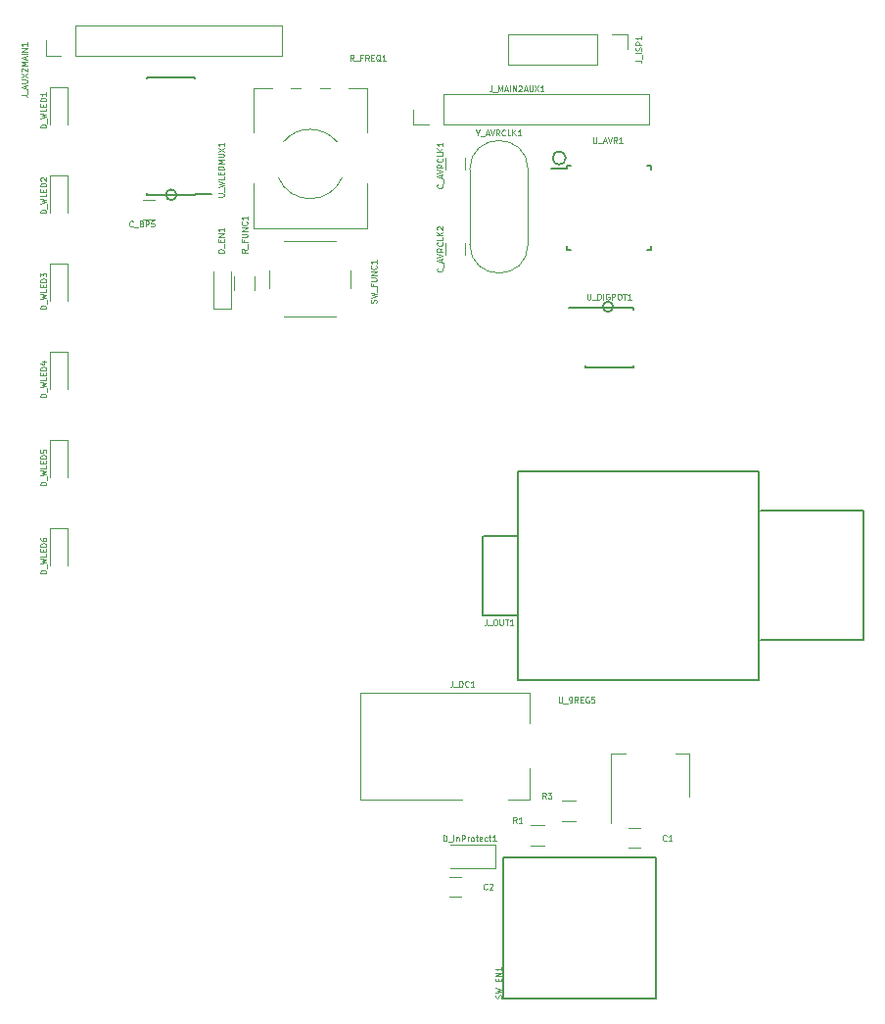
<source format=gbr>
G04 #@! TF.FileFunction,Legend,Top*
%FSLAX46Y46*%
G04 Gerber Fmt 4.6, Leading zero omitted, Abs format (unit mm)*
G04 Created by KiCad (PCBNEW 4.0.7) date 03/11/18 00:16:20*
%MOMM*%
%LPD*%
G01*
G04 APERTURE LIST*
%ADD10C,0.100000*%
%ADD11C,0.200000*%
%ADD12C,0.150000*%
%ADD13C,0.120000*%
%ADD14C,0.015000*%
G04 APERTURE END LIST*
D10*
D11*
X143217719Y-77749400D02*
G75*
G03X143217719Y-77749400I-444319J0D01*
G01*
X105461505Y-68072000D02*
G75*
G03X105461505Y-68072000I-457905J0D01*
G01*
X139124961Y-64897000D02*
G75*
G03X139124961Y-64897000I-567961J0D01*
G01*
D12*
X139250000Y-65590000D02*
X139250000Y-65815000D01*
X146500000Y-65590000D02*
X146500000Y-65915000D01*
X146500000Y-72840000D02*
X146500000Y-72515000D01*
X139250000Y-72840000D02*
X139250000Y-72515000D01*
X139250000Y-65590000D02*
X139575000Y-65590000D01*
X139250000Y-72840000D02*
X139575000Y-72840000D01*
X146500000Y-72840000D02*
X146175000Y-72840000D01*
X146500000Y-65590000D02*
X146175000Y-65590000D01*
X139250000Y-65815000D02*
X137825000Y-65815000D01*
D13*
X119791032Y-66583982D02*
G75*
G02X114266600Y-66585000I-2762432J1171982D01*
G01*
X114730847Y-63483705D02*
G75*
G02X119326600Y-63484000I2297753J-1928295D01*
G01*
X121938600Y-58852000D02*
X121938600Y-62718000D01*
X121938600Y-67107000D02*
X121938600Y-70972000D01*
X112118600Y-58852000D02*
X112118600Y-62718000D01*
X112118600Y-67107000D02*
X112118600Y-70972000D01*
X121938600Y-58852000D02*
X120353600Y-58852000D01*
X118703600Y-58852000D02*
X117853600Y-58852000D01*
X116203600Y-58852000D02*
X115353600Y-58852000D01*
X113703600Y-58852000D02*
X112118600Y-58852000D01*
X121938600Y-70972000D02*
X112118600Y-70972000D01*
X145559400Y-122797200D02*
X144559400Y-122797200D01*
X144559400Y-124497200D02*
X145559400Y-124497200D01*
X130040000Y-127039000D02*
X129040000Y-127039000D01*
X129040000Y-128739000D02*
X130040000Y-128739000D01*
X128690000Y-64905000D02*
X128690000Y-65905000D01*
X130390000Y-65905000D02*
X130390000Y-64905000D01*
X130390000Y-73271000D02*
X130390000Y-72271000D01*
X128690000Y-72271000D02*
X128690000Y-73271000D01*
X133060000Y-126222000D02*
X133060000Y-124222000D01*
X133060000Y-124222000D02*
X129160000Y-124222000D01*
X133060000Y-126222000D02*
X129160000Y-126222000D01*
X130128000Y-120297000D02*
X121328000Y-120297000D01*
X121328000Y-120297000D02*
X121328000Y-111097000D01*
X136028000Y-117597000D02*
X136028000Y-120297000D01*
X136028000Y-120297000D02*
X134128000Y-120297000D01*
X121328000Y-111097000D02*
X136028000Y-111097000D01*
X136028000Y-111097000D02*
X136028000Y-113697000D01*
X134179000Y-54169000D02*
X134179000Y-56829000D01*
X141859000Y-54169000D02*
X134179000Y-54169000D01*
X141859000Y-56829000D02*
X134179000Y-56829000D01*
X141859000Y-54169000D02*
X141859000Y-56829000D01*
X143129000Y-54169000D02*
X144459000Y-54169000D01*
X144459000Y-54169000D02*
X144459000Y-55499000D01*
D12*
X131953000Y-100965000D02*
X131953000Y-104394000D01*
X132015000Y-104394000D02*
X135001000Y-104394000D01*
X131953000Y-100965000D02*
X131953000Y-97536000D01*
X132015000Y-97536000D02*
X135001000Y-97536000D01*
X155829000Y-109975000D02*
X155829000Y-91945000D01*
X135001000Y-109975000D02*
X135001000Y-91948000D01*
X155956000Y-106553000D02*
X164846000Y-106553000D01*
X164846000Y-106545000D02*
X164846000Y-95385000D01*
X164846000Y-95377000D02*
X155956000Y-95377000D01*
X135015000Y-91948000D02*
X155815000Y-91948000D01*
X135015000Y-109982000D02*
X155815000Y-109982000D01*
D13*
X137252000Y-124324000D02*
X136052000Y-124324000D01*
X136052000Y-122564000D02*
X137252000Y-122564000D01*
X138769800Y-120455800D02*
X139969800Y-120455800D01*
X139969800Y-122215800D02*
X138769800Y-122215800D01*
X110473600Y-76292000D02*
X110473600Y-75092000D01*
X112233600Y-75092000D02*
X112233600Y-76292000D01*
X119243600Y-72097000D02*
X114743600Y-72097000D01*
X120493600Y-76097000D02*
X120493600Y-74597000D01*
X114743600Y-78597000D02*
X119243600Y-78597000D01*
X113493600Y-74597000D02*
X113493600Y-76097000D01*
X149841000Y-116327000D02*
X148581000Y-116327000D01*
X143021000Y-116327000D02*
X144281000Y-116327000D01*
X149841000Y-120087000D02*
X149841000Y-116327000D01*
X143021000Y-122337000D02*
X143021000Y-116327000D01*
D12*
X107078600Y-68067000D02*
X107078600Y-68042000D01*
X102928600Y-68067000D02*
X102928600Y-67962000D01*
X102928600Y-57917000D02*
X102928600Y-58022000D01*
X107078600Y-57917000D02*
X107078600Y-58022000D01*
X107078600Y-68067000D02*
X102928600Y-68067000D01*
X107078600Y-57917000D02*
X102928600Y-57917000D01*
X107078600Y-68042000D02*
X108453600Y-68042000D01*
D13*
X135875000Y-65915000D02*
X135875000Y-72315000D01*
X130825000Y-65915000D02*
X130825000Y-72315000D01*
X130825000Y-65915000D02*
G75*
G02X135875000Y-65915000I2525000J0D01*
G01*
X130825000Y-72315000D02*
G75*
G03X135875000Y-72315000I2525000J0D01*
G01*
X103598600Y-68492000D02*
X102598600Y-68492000D01*
X102598600Y-70192000D02*
X103598600Y-70192000D01*
X110198600Y-74692000D02*
X110198600Y-77892000D01*
X108698600Y-77892000D02*
X108698600Y-74692000D01*
X108698600Y-77892000D02*
X110198600Y-77892000D01*
X94500000Y-61960000D02*
X94500000Y-58760000D01*
X96000000Y-58760000D02*
X96000000Y-61960000D01*
X96000000Y-58760000D02*
X94500000Y-58760000D01*
X94500000Y-69580000D02*
X94500000Y-66380000D01*
X96000000Y-66380000D02*
X96000000Y-69580000D01*
X96000000Y-66380000D02*
X94500000Y-66380000D01*
X94500000Y-77200000D02*
X94500000Y-74000000D01*
X96000000Y-74000000D02*
X96000000Y-77200000D01*
X96000000Y-74000000D02*
X94500000Y-74000000D01*
X94500000Y-84820000D02*
X94500000Y-81620000D01*
X96000000Y-81620000D02*
X96000000Y-84820000D01*
X96000000Y-81620000D02*
X94500000Y-81620000D01*
X94500000Y-92440000D02*
X94500000Y-89240000D01*
X96000000Y-89240000D02*
X96000000Y-92440000D01*
X96000000Y-89240000D02*
X94500000Y-89240000D01*
X94500000Y-100060000D02*
X94500000Y-96860000D01*
X96000000Y-96860000D02*
X96000000Y-100060000D01*
X96000000Y-96860000D02*
X94500000Y-96860000D01*
X114588600Y-56067000D02*
X114588600Y-53407000D01*
X96748600Y-56067000D02*
X114588600Y-56067000D01*
X96748600Y-53407000D02*
X114588600Y-53407000D01*
X96748600Y-56067000D02*
X96748600Y-53407000D01*
X95478600Y-56067000D02*
X94148600Y-56067000D01*
X94148600Y-56067000D02*
X94148600Y-54737000D01*
X146364000Y-62036000D02*
X146364000Y-59376000D01*
X128524000Y-62036000D02*
X146364000Y-62036000D01*
X128524000Y-59376000D02*
X146364000Y-59376000D01*
X128524000Y-62036000D02*
X128524000Y-59376000D01*
X127254000Y-62036000D02*
X125924000Y-62036000D01*
X125924000Y-62036000D02*
X125924000Y-60706000D01*
D12*
X140800000Y-77816000D02*
X140800000Y-77866000D01*
X144950000Y-77816000D02*
X144950000Y-77961000D01*
X144950000Y-82966000D02*
X144950000Y-82821000D01*
X140800000Y-82966000D02*
X140800000Y-82821000D01*
X140800000Y-77816000D02*
X144950000Y-77816000D01*
X140800000Y-82966000D02*
X144950000Y-82966000D01*
X140800000Y-77866000D02*
X139400000Y-77866000D01*
X146939000Y-125349000D02*
X133731000Y-125349000D01*
X133731000Y-125349000D02*
X133731000Y-137541000D01*
X133731000Y-137541000D02*
X146939000Y-137541000D01*
X146939000Y-137541000D02*
X146939000Y-125349000D01*
D14*
X141498001Y-63099190D02*
X141498001Y-63503952D01*
X141521810Y-63551571D01*
X141545620Y-63575381D01*
X141593239Y-63599190D01*
X141688477Y-63599190D01*
X141736096Y-63575381D01*
X141759905Y-63551571D01*
X141783715Y-63503952D01*
X141783715Y-63099190D01*
X141902763Y-63646810D02*
X142283715Y-63646810D01*
X142378953Y-63456333D02*
X142617048Y-63456333D01*
X142331334Y-63599190D02*
X142498001Y-63099190D01*
X142664667Y-63599190D01*
X142759905Y-63099190D02*
X142926572Y-63599190D01*
X143093238Y-63099190D01*
X143545619Y-63599190D02*
X143378952Y-63361095D01*
X143259905Y-63599190D02*
X143259905Y-63099190D01*
X143450381Y-63099190D01*
X143498000Y-63123000D01*
X143521809Y-63146810D01*
X143545619Y-63194429D01*
X143545619Y-63265857D01*
X143521809Y-63313476D01*
X143498000Y-63337286D01*
X143450381Y-63361095D01*
X143259905Y-63361095D01*
X144021809Y-63599190D02*
X143736095Y-63599190D01*
X143878952Y-63599190D02*
X143878952Y-63099190D01*
X143831333Y-63170619D01*
X143783714Y-63218238D01*
X143736095Y-63242048D01*
X120795410Y-56487190D02*
X120628743Y-56249095D01*
X120509696Y-56487190D02*
X120509696Y-55987190D01*
X120700172Y-55987190D01*
X120747791Y-56011000D01*
X120771600Y-56034810D01*
X120795410Y-56082429D01*
X120795410Y-56153857D01*
X120771600Y-56201476D01*
X120747791Y-56225286D01*
X120700172Y-56249095D01*
X120509696Y-56249095D01*
X120890648Y-56534810D02*
X121271600Y-56534810D01*
X121557314Y-56225286D02*
X121390648Y-56225286D01*
X121390648Y-56487190D02*
X121390648Y-55987190D01*
X121628743Y-55987190D01*
X122104933Y-56487190D02*
X121938266Y-56249095D01*
X121819219Y-56487190D02*
X121819219Y-55987190D01*
X122009695Y-55987190D01*
X122057314Y-56011000D01*
X122081123Y-56034810D01*
X122104933Y-56082429D01*
X122104933Y-56153857D01*
X122081123Y-56201476D01*
X122057314Y-56225286D01*
X122009695Y-56249095D01*
X121819219Y-56249095D01*
X122319219Y-56225286D02*
X122485885Y-56225286D01*
X122557314Y-56487190D02*
X122319219Y-56487190D01*
X122319219Y-55987190D01*
X122557314Y-55987190D01*
X123104933Y-56534810D02*
X123057314Y-56511000D01*
X123009695Y-56463381D01*
X122938266Y-56391952D01*
X122890647Y-56368143D01*
X122843028Y-56368143D01*
X122866838Y-56487190D02*
X122819219Y-56463381D01*
X122771600Y-56415762D01*
X122747790Y-56320524D01*
X122747790Y-56153857D01*
X122771600Y-56058619D01*
X122819219Y-56011000D01*
X122866838Y-55987190D01*
X122962076Y-55987190D01*
X123009695Y-56011000D01*
X123057314Y-56058619D01*
X123081123Y-56153857D01*
X123081123Y-56320524D01*
X123057314Y-56415762D01*
X123009695Y-56463381D01*
X122962076Y-56487190D01*
X122866838Y-56487190D01*
X123557314Y-56487190D02*
X123271600Y-56487190D01*
X123414457Y-56487190D02*
X123414457Y-55987190D01*
X123366838Y-56058619D01*
X123319219Y-56106238D01*
X123271600Y-56130048D01*
X147820867Y-123851171D02*
X147797057Y-123874981D01*
X147725629Y-123898790D01*
X147678010Y-123898790D01*
X147606581Y-123874981D01*
X147558962Y-123827362D01*
X147535153Y-123779743D01*
X147511343Y-123684505D01*
X147511343Y-123613076D01*
X147535153Y-123517838D01*
X147558962Y-123470219D01*
X147606581Y-123422600D01*
X147678010Y-123398790D01*
X147725629Y-123398790D01*
X147797057Y-123422600D01*
X147820867Y-123446410D01*
X148297057Y-123898790D02*
X148011343Y-123898790D01*
X148154200Y-123898790D02*
X148154200Y-123398790D01*
X148106581Y-123470219D01*
X148058962Y-123517838D01*
X148011343Y-123541648D01*
X132326867Y-128042171D02*
X132303057Y-128065981D01*
X132231629Y-128089790D01*
X132184010Y-128089790D01*
X132112581Y-128065981D01*
X132064962Y-128018362D01*
X132041153Y-127970743D01*
X132017343Y-127875505D01*
X132017343Y-127804076D01*
X132041153Y-127708838D01*
X132064962Y-127661219D01*
X132112581Y-127613600D01*
X132184010Y-127589790D01*
X132231629Y-127589790D01*
X132303057Y-127613600D01*
X132326867Y-127637410D01*
X132517343Y-127637410D02*
X132541153Y-127613600D01*
X132588772Y-127589790D01*
X132707819Y-127589790D01*
X132755438Y-127613600D01*
X132779248Y-127637410D01*
X132803057Y-127685029D01*
X132803057Y-127732648D01*
X132779248Y-127804076D01*
X132493534Y-128089790D01*
X132803057Y-128089790D01*
X128448571Y-67186761D02*
X128472381Y-67210571D01*
X128496190Y-67281999D01*
X128496190Y-67329618D01*
X128472381Y-67401047D01*
X128424762Y-67448666D01*
X128377143Y-67472475D01*
X128281905Y-67496285D01*
X128210476Y-67496285D01*
X128115238Y-67472475D01*
X128067619Y-67448666D01*
X128020000Y-67401047D01*
X127996190Y-67329618D01*
X127996190Y-67281999D01*
X128020000Y-67210571D01*
X128043810Y-67186761D01*
X128543810Y-67091523D02*
X128543810Y-66710571D01*
X128353333Y-66615333D02*
X128353333Y-66377238D01*
X128496190Y-66662952D02*
X127996190Y-66496285D01*
X128496190Y-66329619D01*
X127996190Y-66234381D02*
X128496190Y-66067714D01*
X127996190Y-65901048D01*
X128496190Y-65448667D02*
X128258095Y-65615334D01*
X128496190Y-65734381D02*
X127996190Y-65734381D01*
X127996190Y-65543905D01*
X128020000Y-65496286D01*
X128043810Y-65472477D01*
X128091429Y-65448667D01*
X128162857Y-65448667D01*
X128210476Y-65472477D01*
X128234286Y-65496286D01*
X128258095Y-65543905D01*
X128258095Y-65734381D01*
X128448571Y-64948667D02*
X128472381Y-64972477D01*
X128496190Y-65043905D01*
X128496190Y-65091524D01*
X128472381Y-65162953D01*
X128424762Y-65210572D01*
X128377143Y-65234381D01*
X128281905Y-65258191D01*
X128210476Y-65258191D01*
X128115238Y-65234381D01*
X128067619Y-65210572D01*
X128020000Y-65162953D01*
X127996190Y-65091524D01*
X127996190Y-65043905D01*
X128020000Y-64972477D01*
X128043810Y-64948667D01*
X128496190Y-64496286D02*
X128496190Y-64734381D01*
X127996190Y-64734381D01*
X128496190Y-64329619D02*
X127996190Y-64329619D01*
X128496190Y-64043905D02*
X128210476Y-64258191D01*
X127996190Y-64043905D02*
X128281905Y-64329619D01*
X128496190Y-63567715D02*
X128496190Y-63853429D01*
X128496190Y-63710572D02*
X127996190Y-63710572D01*
X128067619Y-63758191D01*
X128115238Y-63805810D01*
X128139048Y-63853429D01*
X128448571Y-74425761D02*
X128472381Y-74449571D01*
X128496190Y-74520999D01*
X128496190Y-74568618D01*
X128472381Y-74640047D01*
X128424762Y-74687666D01*
X128377143Y-74711475D01*
X128281905Y-74735285D01*
X128210476Y-74735285D01*
X128115238Y-74711475D01*
X128067619Y-74687666D01*
X128020000Y-74640047D01*
X127996190Y-74568618D01*
X127996190Y-74520999D01*
X128020000Y-74449571D01*
X128043810Y-74425761D01*
X128543810Y-74330523D02*
X128543810Y-73949571D01*
X128353333Y-73854333D02*
X128353333Y-73616238D01*
X128496190Y-73901952D02*
X127996190Y-73735285D01*
X128496190Y-73568619D01*
X127996190Y-73473381D02*
X128496190Y-73306714D01*
X127996190Y-73140048D01*
X128496190Y-72687667D02*
X128258095Y-72854334D01*
X128496190Y-72973381D02*
X127996190Y-72973381D01*
X127996190Y-72782905D01*
X128020000Y-72735286D01*
X128043810Y-72711477D01*
X128091429Y-72687667D01*
X128162857Y-72687667D01*
X128210476Y-72711477D01*
X128234286Y-72735286D01*
X128258095Y-72782905D01*
X128258095Y-72973381D01*
X128448571Y-72187667D02*
X128472381Y-72211477D01*
X128496190Y-72282905D01*
X128496190Y-72330524D01*
X128472381Y-72401953D01*
X128424762Y-72449572D01*
X128377143Y-72473381D01*
X128281905Y-72497191D01*
X128210476Y-72497191D01*
X128115238Y-72473381D01*
X128067619Y-72449572D01*
X128020000Y-72401953D01*
X127996190Y-72330524D01*
X127996190Y-72282905D01*
X128020000Y-72211477D01*
X128043810Y-72187667D01*
X128496190Y-71735286D02*
X128496190Y-71973381D01*
X127996190Y-71973381D01*
X128496190Y-71568619D02*
X127996190Y-71568619D01*
X128496190Y-71282905D02*
X128210476Y-71497191D01*
X127996190Y-71282905D02*
X128281905Y-71568619D01*
X128043810Y-71092429D02*
X128020000Y-71068619D01*
X127996190Y-71021000D01*
X127996190Y-70901953D01*
X128020000Y-70854334D01*
X128043810Y-70830524D01*
X128091429Y-70806715D01*
X128139048Y-70806715D01*
X128210476Y-70830524D01*
X128496190Y-71116238D01*
X128496190Y-70806715D01*
X128560002Y-123924190D02*
X128560002Y-123424190D01*
X128679049Y-123424190D01*
X128750478Y-123448000D01*
X128798097Y-123495619D01*
X128821906Y-123543238D01*
X128845716Y-123638476D01*
X128845716Y-123709905D01*
X128821906Y-123805143D01*
X128798097Y-123852762D01*
X128750478Y-123900381D01*
X128679049Y-123924190D01*
X128560002Y-123924190D01*
X128940954Y-123971810D02*
X129321906Y-123971810D01*
X129440954Y-123924190D02*
X129440954Y-123424190D01*
X129679049Y-123590857D02*
X129679049Y-123924190D01*
X129679049Y-123638476D02*
X129702858Y-123614667D01*
X129750477Y-123590857D01*
X129821906Y-123590857D01*
X129869525Y-123614667D01*
X129893334Y-123662286D01*
X129893334Y-123924190D01*
X130131430Y-123924190D02*
X130131430Y-123424190D01*
X130321906Y-123424190D01*
X130369525Y-123448000D01*
X130393334Y-123471810D01*
X130417144Y-123519429D01*
X130417144Y-123590857D01*
X130393334Y-123638476D01*
X130369525Y-123662286D01*
X130321906Y-123686095D01*
X130131430Y-123686095D01*
X130631430Y-123924190D02*
X130631430Y-123590857D01*
X130631430Y-123686095D02*
X130655239Y-123638476D01*
X130679049Y-123614667D01*
X130726668Y-123590857D01*
X130774287Y-123590857D01*
X131012382Y-123924190D02*
X130964763Y-123900381D01*
X130940954Y-123876571D01*
X130917144Y-123828952D01*
X130917144Y-123686095D01*
X130940954Y-123638476D01*
X130964763Y-123614667D01*
X131012382Y-123590857D01*
X131083811Y-123590857D01*
X131131430Y-123614667D01*
X131155239Y-123638476D01*
X131179049Y-123686095D01*
X131179049Y-123828952D01*
X131155239Y-123876571D01*
X131131430Y-123900381D01*
X131083811Y-123924190D01*
X131012382Y-123924190D01*
X131321906Y-123590857D02*
X131512382Y-123590857D01*
X131393335Y-123424190D02*
X131393335Y-123852762D01*
X131417144Y-123900381D01*
X131464763Y-123924190D01*
X131512382Y-123924190D01*
X131869525Y-123900381D02*
X131821906Y-123924190D01*
X131726668Y-123924190D01*
X131679049Y-123900381D01*
X131655239Y-123852762D01*
X131655239Y-123662286D01*
X131679049Y-123614667D01*
X131726668Y-123590857D01*
X131821906Y-123590857D01*
X131869525Y-123614667D01*
X131893334Y-123662286D01*
X131893334Y-123709905D01*
X131655239Y-123757524D01*
X132321905Y-123900381D02*
X132274286Y-123924190D01*
X132179048Y-123924190D01*
X132131429Y-123900381D01*
X132107620Y-123876571D01*
X132083810Y-123828952D01*
X132083810Y-123686095D01*
X132107620Y-123638476D01*
X132131429Y-123614667D01*
X132179048Y-123590857D01*
X132274286Y-123590857D01*
X132321905Y-123614667D01*
X132464762Y-123590857D02*
X132655238Y-123590857D01*
X132536191Y-123424190D02*
X132536191Y-123852762D01*
X132560000Y-123900381D01*
X132607619Y-123924190D01*
X132655238Y-123924190D01*
X133083809Y-123924190D02*
X132798095Y-123924190D01*
X132940952Y-123924190D02*
X132940952Y-123424190D01*
X132893333Y-123495619D01*
X132845714Y-123543238D01*
X132798095Y-123567048D01*
X129317858Y-110089190D02*
X129317858Y-110446333D01*
X129294048Y-110517762D01*
X129246429Y-110565381D01*
X129175001Y-110589190D01*
X129127382Y-110589190D01*
X129436905Y-110636810D02*
X129817857Y-110636810D01*
X129936905Y-110589190D02*
X129936905Y-110089190D01*
X130055952Y-110089190D01*
X130127381Y-110113000D01*
X130175000Y-110160619D01*
X130198809Y-110208238D01*
X130222619Y-110303476D01*
X130222619Y-110374905D01*
X130198809Y-110470143D01*
X130175000Y-110517762D01*
X130127381Y-110565381D01*
X130055952Y-110589190D01*
X129936905Y-110589190D01*
X130722619Y-110541571D02*
X130698809Y-110565381D01*
X130627381Y-110589190D01*
X130579762Y-110589190D01*
X130508333Y-110565381D01*
X130460714Y-110517762D01*
X130436905Y-110470143D01*
X130413095Y-110374905D01*
X130413095Y-110303476D01*
X130436905Y-110208238D01*
X130460714Y-110160619D01*
X130508333Y-110113000D01*
X130579762Y-110089190D01*
X130627381Y-110089190D01*
X130698809Y-110113000D01*
X130722619Y-110136810D01*
X131198809Y-110589190D02*
X130913095Y-110589190D01*
X131055952Y-110589190D02*
X131055952Y-110089190D01*
X131008333Y-110160619D01*
X130960714Y-110208238D01*
X130913095Y-110232048D01*
X145185190Y-56463284D02*
X145542333Y-56463284D01*
X145613762Y-56487094D01*
X145661381Y-56534713D01*
X145685190Y-56606141D01*
X145685190Y-56653760D01*
X145732810Y-56344237D02*
X145732810Y-55963285D01*
X145685190Y-55844237D02*
X145185190Y-55844237D01*
X145661381Y-55629952D02*
X145685190Y-55558523D01*
X145685190Y-55439476D01*
X145661381Y-55391857D01*
X145637571Y-55368047D01*
X145589952Y-55344238D01*
X145542333Y-55344238D01*
X145494714Y-55368047D01*
X145470905Y-55391857D01*
X145447095Y-55439476D01*
X145423286Y-55534714D01*
X145399476Y-55582333D01*
X145375667Y-55606142D01*
X145328048Y-55629952D01*
X145280429Y-55629952D01*
X145232810Y-55606142D01*
X145209000Y-55582333D01*
X145185190Y-55534714D01*
X145185190Y-55415666D01*
X145209000Y-55344238D01*
X145685190Y-55129952D02*
X145185190Y-55129952D01*
X145185190Y-54939476D01*
X145209000Y-54891857D01*
X145232810Y-54868048D01*
X145280429Y-54844238D01*
X145351857Y-54844238D01*
X145399476Y-54868048D01*
X145423286Y-54891857D01*
X145447095Y-54939476D01*
X145447095Y-55129952D01*
X145685190Y-54368048D02*
X145685190Y-54653762D01*
X145685190Y-54510905D02*
X145185190Y-54510905D01*
X145256619Y-54558524D01*
X145304238Y-54606143D01*
X145328048Y-54653762D01*
X132278572Y-104755190D02*
X132278572Y-105112333D01*
X132254762Y-105183762D01*
X132207143Y-105231381D01*
X132135715Y-105255190D01*
X132088096Y-105255190D01*
X132397619Y-105302810D02*
X132778571Y-105302810D01*
X132992857Y-104755190D02*
X133088095Y-104755190D01*
X133135714Y-104779000D01*
X133183333Y-104826619D01*
X133207142Y-104921857D01*
X133207142Y-105088524D01*
X133183333Y-105183762D01*
X133135714Y-105231381D01*
X133088095Y-105255190D01*
X132992857Y-105255190D01*
X132945238Y-105231381D01*
X132897619Y-105183762D01*
X132873809Y-105088524D01*
X132873809Y-104921857D01*
X132897619Y-104826619D01*
X132945238Y-104779000D01*
X132992857Y-104755190D01*
X133421429Y-104755190D02*
X133421429Y-105159952D01*
X133445238Y-105207571D01*
X133469048Y-105231381D01*
X133516667Y-105255190D01*
X133611905Y-105255190D01*
X133659524Y-105231381D01*
X133683333Y-105207571D01*
X133707143Y-105159952D01*
X133707143Y-104755190D01*
X133873810Y-104755190D02*
X134159524Y-104755190D01*
X134016667Y-105255190D02*
X134016667Y-104755190D01*
X134588095Y-105255190D02*
X134302381Y-105255190D01*
X134445238Y-105255190D02*
X134445238Y-104755190D01*
X134397619Y-104826619D01*
X134350000Y-104874238D01*
X134302381Y-104898048D01*
X134866867Y-122349390D02*
X134700200Y-122111295D01*
X134581153Y-122349390D02*
X134581153Y-121849390D01*
X134771629Y-121849390D01*
X134819248Y-121873200D01*
X134843057Y-121897010D01*
X134866867Y-121944629D01*
X134866867Y-122016057D01*
X134843057Y-122063676D01*
X134819248Y-122087486D01*
X134771629Y-122111295D01*
X134581153Y-122111295D01*
X135343057Y-122349390D02*
X135057343Y-122349390D01*
X135200200Y-122349390D02*
X135200200Y-121849390D01*
X135152581Y-121920819D01*
X135104962Y-121968438D01*
X135057343Y-121992248D01*
X137406867Y-120241190D02*
X137240200Y-120003095D01*
X137121153Y-120241190D02*
X137121153Y-119741190D01*
X137311629Y-119741190D01*
X137359248Y-119765000D01*
X137383057Y-119788810D01*
X137406867Y-119836429D01*
X137406867Y-119907857D01*
X137383057Y-119955476D01*
X137359248Y-119979286D01*
X137311629Y-120003095D01*
X137121153Y-120003095D01*
X137573534Y-119741190D02*
X137883057Y-119741190D01*
X137716391Y-119931667D01*
X137787819Y-119931667D01*
X137835438Y-119955476D01*
X137859248Y-119979286D01*
X137883057Y-120026905D01*
X137883057Y-120145952D01*
X137859248Y-120193571D01*
X137835438Y-120217381D01*
X137787819Y-120241190D01*
X137644962Y-120241190D01*
X137597343Y-120217381D01*
X137573534Y-120193571D01*
X111579790Y-72762904D02*
X111341695Y-72929571D01*
X111579790Y-73048618D02*
X111079790Y-73048618D01*
X111079790Y-72858142D01*
X111103600Y-72810523D01*
X111127410Y-72786714D01*
X111175029Y-72762904D01*
X111246457Y-72762904D01*
X111294076Y-72786714D01*
X111317886Y-72810523D01*
X111341695Y-72858142D01*
X111341695Y-73048618D01*
X111627410Y-72667666D02*
X111627410Y-72286714D01*
X111317886Y-72001000D02*
X111317886Y-72167666D01*
X111579790Y-72167666D02*
X111079790Y-72167666D01*
X111079790Y-71929571D01*
X111079790Y-71739095D02*
X111484552Y-71739095D01*
X111532171Y-71715286D01*
X111555981Y-71691476D01*
X111579790Y-71643857D01*
X111579790Y-71548619D01*
X111555981Y-71501000D01*
X111532171Y-71477191D01*
X111484552Y-71453381D01*
X111079790Y-71453381D01*
X111579790Y-71215285D02*
X111079790Y-71215285D01*
X111579790Y-70929571D01*
X111079790Y-70929571D01*
X111532171Y-70405761D02*
X111555981Y-70429571D01*
X111579790Y-70500999D01*
X111579790Y-70548618D01*
X111555981Y-70620047D01*
X111508362Y-70667666D01*
X111460743Y-70691475D01*
X111365505Y-70715285D01*
X111294076Y-70715285D01*
X111198838Y-70691475D01*
X111151219Y-70667666D01*
X111103600Y-70620047D01*
X111079790Y-70548618D01*
X111079790Y-70500999D01*
X111103600Y-70429571D01*
X111127410Y-70405761D01*
X111579790Y-69929571D02*
X111579790Y-70215285D01*
X111579790Y-70072428D02*
X111079790Y-70072428D01*
X111151219Y-70120047D01*
X111198838Y-70167666D01*
X111222648Y-70215285D01*
X122731981Y-77410238D02*
X122755790Y-77338809D01*
X122755790Y-77219762D01*
X122731981Y-77172143D01*
X122708171Y-77148333D01*
X122660552Y-77124524D01*
X122612933Y-77124524D01*
X122565314Y-77148333D01*
X122541505Y-77172143D01*
X122517695Y-77219762D01*
X122493886Y-77315000D01*
X122470076Y-77362619D01*
X122446267Y-77386428D01*
X122398648Y-77410238D01*
X122351029Y-77410238D01*
X122303410Y-77386428D01*
X122279600Y-77362619D01*
X122255790Y-77315000D01*
X122255790Y-77195952D01*
X122279600Y-77124524D01*
X122255790Y-76957857D02*
X122755790Y-76838810D01*
X122398648Y-76743572D01*
X122755790Y-76648334D01*
X122255790Y-76529286D01*
X122803410Y-76457857D02*
X122803410Y-76076905D01*
X122493886Y-75791191D02*
X122493886Y-75957857D01*
X122755790Y-75957857D02*
X122255790Y-75957857D01*
X122255790Y-75719762D01*
X122255790Y-75529286D02*
X122660552Y-75529286D01*
X122708171Y-75505477D01*
X122731981Y-75481667D01*
X122755790Y-75434048D01*
X122755790Y-75338810D01*
X122731981Y-75291191D01*
X122708171Y-75267382D01*
X122660552Y-75243572D01*
X122255790Y-75243572D01*
X122755790Y-75005476D02*
X122255790Y-75005476D01*
X122755790Y-74719762D01*
X122255790Y-74719762D01*
X122708171Y-74195952D02*
X122731981Y-74219762D01*
X122755790Y-74291190D01*
X122755790Y-74338809D01*
X122731981Y-74410238D01*
X122684362Y-74457857D01*
X122636743Y-74481666D01*
X122541505Y-74505476D01*
X122470076Y-74505476D01*
X122374838Y-74481666D01*
X122327219Y-74457857D01*
X122279600Y-74410238D01*
X122255790Y-74338809D01*
X122255790Y-74291190D01*
X122279600Y-74219762D01*
X122303410Y-74195952D01*
X122755790Y-73719762D02*
X122755790Y-74005476D01*
X122755790Y-73862619D02*
X122255790Y-73862619D01*
X122327219Y-73910238D01*
X122374838Y-73957857D01*
X122398648Y-74005476D01*
X138519887Y-111460790D02*
X138519887Y-111865552D01*
X138543696Y-111913171D01*
X138567506Y-111936981D01*
X138615125Y-111960790D01*
X138710363Y-111960790D01*
X138757982Y-111936981D01*
X138781791Y-111913171D01*
X138805601Y-111865552D01*
X138805601Y-111460790D01*
X138924649Y-112008410D02*
X139305601Y-112008410D01*
X139448458Y-111960790D02*
X139543696Y-111960790D01*
X139591315Y-111936981D01*
X139615125Y-111913171D01*
X139662744Y-111841743D01*
X139686553Y-111746505D01*
X139686553Y-111556029D01*
X139662744Y-111508410D01*
X139638934Y-111484600D01*
X139591315Y-111460790D01*
X139496077Y-111460790D01*
X139448458Y-111484600D01*
X139424649Y-111508410D01*
X139400839Y-111556029D01*
X139400839Y-111675076D01*
X139424649Y-111722695D01*
X139448458Y-111746505D01*
X139496077Y-111770314D01*
X139591315Y-111770314D01*
X139638934Y-111746505D01*
X139662744Y-111722695D01*
X139686553Y-111675076D01*
X140186553Y-111960790D02*
X140019886Y-111722695D01*
X139900839Y-111960790D02*
X139900839Y-111460790D01*
X140091315Y-111460790D01*
X140138934Y-111484600D01*
X140162743Y-111508410D01*
X140186553Y-111556029D01*
X140186553Y-111627457D01*
X140162743Y-111675076D01*
X140138934Y-111698886D01*
X140091315Y-111722695D01*
X139900839Y-111722695D01*
X140400839Y-111698886D02*
X140567505Y-111698886D01*
X140638934Y-111960790D02*
X140400839Y-111960790D01*
X140400839Y-111460790D01*
X140638934Y-111460790D01*
X141115124Y-111484600D02*
X141067505Y-111460790D01*
X140996077Y-111460790D01*
X140924648Y-111484600D01*
X140877029Y-111532219D01*
X140853220Y-111579838D01*
X140829410Y-111675076D01*
X140829410Y-111746505D01*
X140853220Y-111841743D01*
X140877029Y-111889362D01*
X140924648Y-111936981D01*
X140996077Y-111960790D01*
X141043696Y-111960790D01*
X141115124Y-111936981D01*
X141138934Y-111913171D01*
X141138934Y-111746505D01*
X141043696Y-111746505D01*
X141591315Y-111460790D02*
X141353220Y-111460790D01*
X141329410Y-111698886D01*
X141353220Y-111675076D01*
X141400839Y-111651267D01*
X141519886Y-111651267D01*
X141567505Y-111675076D01*
X141591315Y-111698886D01*
X141615124Y-111746505D01*
X141615124Y-111865552D01*
X141591315Y-111913171D01*
X141567505Y-111936981D01*
X141519886Y-111960790D01*
X141400839Y-111960790D01*
X141353220Y-111936981D01*
X141329410Y-111913171D01*
X109047790Y-68234428D02*
X109452552Y-68234428D01*
X109500171Y-68210619D01*
X109523981Y-68186809D01*
X109547790Y-68139190D01*
X109547790Y-68043952D01*
X109523981Y-67996333D01*
X109500171Y-67972524D01*
X109452552Y-67948714D01*
X109047790Y-67948714D01*
X109595410Y-67829666D02*
X109595410Y-67448714D01*
X109047790Y-67377285D02*
X109547790Y-67258238D01*
X109190648Y-67163000D01*
X109547790Y-67067762D01*
X109047790Y-66948714D01*
X109547790Y-66520142D02*
X109547790Y-66758237D01*
X109047790Y-66758237D01*
X109285886Y-66353475D02*
X109285886Y-66186809D01*
X109547790Y-66115380D02*
X109547790Y-66353475D01*
X109047790Y-66353475D01*
X109047790Y-66115380D01*
X109547790Y-65901094D02*
X109047790Y-65901094D01*
X109047790Y-65782047D01*
X109071600Y-65710618D01*
X109119219Y-65662999D01*
X109166838Y-65639190D01*
X109262076Y-65615380D01*
X109333505Y-65615380D01*
X109428743Y-65639190D01*
X109476362Y-65662999D01*
X109523981Y-65710618D01*
X109547790Y-65782047D01*
X109547790Y-65901094D01*
X109547790Y-65401094D02*
X109047790Y-65401094D01*
X109404933Y-65234428D01*
X109047790Y-65067761D01*
X109547790Y-65067761D01*
X109047790Y-64829665D02*
X109452552Y-64829665D01*
X109500171Y-64805856D01*
X109523981Y-64782046D01*
X109547790Y-64734427D01*
X109547790Y-64639189D01*
X109523981Y-64591570D01*
X109500171Y-64567761D01*
X109452552Y-64543951D01*
X109047790Y-64543951D01*
X109047790Y-64353474D02*
X109547790Y-64020141D01*
X109047790Y-64020141D02*
X109547790Y-64353474D01*
X109547790Y-63567761D02*
X109547790Y-63853475D01*
X109547790Y-63710618D02*
X109047790Y-63710618D01*
X109119219Y-63758237D01*
X109166838Y-63805856D01*
X109190648Y-63853475D01*
X131540478Y-62726095D02*
X131540478Y-62964190D01*
X131373811Y-62464190D02*
X131540478Y-62726095D01*
X131707144Y-62464190D01*
X131754763Y-63011810D02*
X132135715Y-63011810D01*
X132230953Y-62821333D02*
X132469048Y-62821333D01*
X132183334Y-62964190D02*
X132350001Y-62464190D01*
X132516667Y-62964190D01*
X132611905Y-62464190D02*
X132778572Y-62964190D01*
X132945238Y-62464190D01*
X133397619Y-62964190D02*
X133230952Y-62726095D01*
X133111905Y-62964190D02*
X133111905Y-62464190D01*
X133302381Y-62464190D01*
X133350000Y-62488000D01*
X133373809Y-62511810D01*
X133397619Y-62559429D01*
X133397619Y-62630857D01*
X133373809Y-62678476D01*
X133350000Y-62702286D01*
X133302381Y-62726095D01*
X133111905Y-62726095D01*
X133897619Y-62916571D02*
X133873809Y-62940381D01*
X133802381Y-62964190D01*
X133754762Y-62964190D01*
X133683333Y-62940381D01*
X133635714Y-62892762D01*
X133611905Y-62845143D01*
X133588095Y-62749905D01*
X133588095Y-62678476D01*
X133611905Y-62583238D01*
X133635714Y-62535619D01*
X133683333Y-62488000D01*
X133754762Y-62464190D01*
X133802381Y-62464190D01*
X133873809Y-62488000D01*
X133897619Y-62511810D01*
X134350000Y-62964190D02*
X134111905Y-62964190D01*
X134111905Y-62464190D01*
X134516667Y-62964190D02*
X134516667Y-62464190D01*
X134802381Y-62964190D02*
X134588095Y-62678476D01*
X134802381Y-62464190D02*
X134516667Y-62749905D01*
X135278571Y-62964190D02*
X134992857Y-62964190D01*
X135135714Y-62964190D02*
X135135714Y-62464190D01*
X135088095Y-62535619D01*
X135040476Y-62583238D01*
X134992857Y-62607048D01*
X101689791Y-70790571D02*
X101665981Y-70814381D01*
X101594553Y-70838190D01*
X101546934Y-70838190D01*
X101475505Y-70814381D01*
X101427886Y-70766762D01*
X101404077Y-70719143D01*
X101380267Y-70623905D01*
X101380267Y-70552476D01*
X101404077Y-70457238D01*
X101427886Y-70409619D01*
X101475505Y-70362000D01*
X101546934Y-70338190D01*
X101594553Y-70338190D01*
X101665981Y-70362000D01*
X101689791Y-70385810D01*
X101785029Y-70885810D02*
X102165981Y-70885810D01*
X102451695Y-70576286D02*
X102523124Y-70600095D01*
X102546933Y-70623905D01*
X102570743Y-70671524D01*
X102570743Y-70742952D01*
X102546933Y-70790571D01*
X102523124Y-70814381D01*
X102475505Y-70838190D01*
X102285029Y-70838190D01*
X102285029Y-70338190D01*
X102451695Y-70338190D01*
X102499314Y-70362000D01*
X102523124Y-70385810D01*
X102546933Y-70433429D01*
X102546933Y-70481048D01*
X102523124Y-70528667D01*
X102499314Y-70552476D01*
X102451695Y-70576286D01*
X102285029Y-70576286D01*
X102785029Y-70838190D02*
X102785029Y-70338190D01*
X102975505Y-70338190D01*
X103023124Y-70362000D01*
X103046933Y-70385810D01*
X103070743Y-70433429D01*
X103070743Y-70504857D01*
X103046933Y-70552476D01*
X103023124Y-70576286D01*
X102975505Y-70600095D01*
X102785029Y-70600095D01*
X103523124Y-70338190D02*
X103285029Y-70338190D01*
X103261219Y-70576286D01*
X103285029Y-70552476D01*
X103332648Y-70528667D01*
X103451695Y-70528667D01*
X103499314Y-70552476D01*
X103523124Y-70576286D01*
X103546933Y-70623905D01*
X103546933Y-70742952D01*
X103523124Y-70790571D01*
X103499314Y-70814381D01*
X103451695Y-70838190D01*
X103332648Y-70838190D01*
X103285029Y-70814381D01*
X103261219Y-70790571D01*
X109547790Y-73056618D02*
X109047790Y-73056618D01*
X109047790Y-72937571D01*
X109071600Y-72866142D01*
X109119219Y-72818523D01*
X109166838Y-72794714D01*
X109262076Y-72770904D01*
X109333505Y-72770904D01*
X109428743Y-72794714D01*
X109476362Y-72818523D01*
X109523981Y-72866142D01*
X109547790Y-72937571D01*
X109547790Y-73056618D01*
X109595410Y-72675666D02*
X109595410Y-72294714D01*
X109285886Y-72175666D02*
X109285886Y-72009000D01*
X109547790Y-71937571D02*
X109547790Y-72175666D01*
X109047790Y-72175666D01*
X109047790Y-71937571D01*
X109547790Y-71723285D02*
X109047790Y-71723285D01*
X109547790Y-71437571D01*
X109047790Y-71437571D01*
X109547790Y-70937571D02*
X109547790Y-71223285D01*
X109547790Y-71080428D02*
X109047790Y-71080428D01*
X109119219Y-71128047D01*
X109166838Y-71175666D01*
X109190648Y-71223285D01*
X94206190Y-62293309D02*
X93706190Y-62293309D01*
X93706190Y-62174262D01*
X93730000Y-62102833D01*
X93777619Y-62055214D01*
X93825238Y-62031405D01*
X93920476Y-62007595D01*
X93991905Y-62007595D01*
X94087143Y-62031405D01*
X94134762Y-62055214D01*
X94182381Y-62102833D01*
X94206190Y-62174262D01*
X94206190Y-62293309D01*
X94253810Y-61912357D02*
X94253810Y-61531405D01*
X93706190Y-61459976D02*
X94206190Y-61340929D01*
X93849048Y-61245691D01*
X94206190Y-61150453D01*
X93706190Y-61031405D01*
X94206190Y-60602833D02*
X94206190Y-60840928D01*
X93706190Y-60840928D01*
X93944286Y-60436166D02*
X93944286Y-60269500D01*
X94206190Y-60198071D02*
X94206190Y-60436166D01*
X93706190Y-60436166D01*
X93706190Y-60198071D01*
X94206190Y-59983785D02*
X93706190Y-59983785D01*
X93706190Y-59864738D01*
X93730000Y-59793309D01*
X93777619Y-59745690D01*
X93825238Y-59721881D01*
X93920476Y-59698071D01*
X93991905Y-59698071D01*
X94087143Y-59721881D01*
X94134762Y-59745690D01*
X94182381Y-59793309D01*
X94206190Y-59864738D01*
X94206190Y-59983785D01*
X94206190Y-59221881D02*
X94206190Y-59507595D01*
X94206190Y-59364738D02*
X93706190Y-59364738D01*
X93777619Y-59412357D01*
X93825238Y-59459976D01*
X93849048Y-59507595D01*
X94206190Y-69659309D02*
X93706190Y-69659309D01*
X93706190Y-69540262D01*
X93730000Y-69468833D01*
X93777619Y-69421214D01*
X93825238Y-69397405D01*
X93920476Y-69373595D01*
X93991905Y-69373595D01*
X94087143Y-69397405D01*
X94134762Y-69421214D01*
X94182381Y-69468833D01*
X94206190Y-69540262D01*
X94206190Y-69659309D01*
X94253810Y-69278357D02*
X94253810Y-68897405D01*
X93706190Y-68825976D02*
X94206190Y-68706929D01*
X93849048Y-68611691D01*
X94206190Y-68516453D01*
X93706190Y-68397405D01*
X94206190Y-67968833D02*
X94206190Y-68206928D01*
X93706190Y-68206928D01*
X93944286Y-67802166D02*
X93944286Y-67635500D01*
X94206190Y-67564071D02*
X94206190Y-67802166D01*
X93706190Y-67802166D01*
X93706190Y-67564071D01*
X94206190Y-67349785D02*
X93706190Y-67349785D01*
X93706190Y-67230738D01*
X93730000Y-67159309D01*
X93777619Y-67111690D01*
X93825238Y-67087881D01*
X93920476Y-67064071D01*
X93991905Y-67064071D01*
X94087143Y-67087881D01*
X94134762Y-67111690D01*
X94182381Y-67159309D01*
X94206190Y-67230738D01*
X94206190Y-67349785D01*
X93753810Y-66873595D02*
X93730000Y-66849785D01*
X93706190Y-66802166D01*
X93706190Y-66683119D01*
X93730000Y-66635500D01*
X93753810Y-66611690D01*
X93801429Y-66587881D01*
X93849048Y-66587881D01*
X93920476Y-66611690D01*
X94206190Y-66897404D01*
X94206190Y-66587881D01*
X94206190Y-77914309D02*
X93706190Y-77914309D01*
X93706190Y-77795262D01*
X93730000Y-77723833D01*
X93777619Y-77676214D01*
X93825238Y-77652405D01*
X93920476Y-77628595D01*
X93991905Y-77628595D01*
X94087143Y-77652405D01*
X94134762Y-77676214D01*
X94182381Y-77723833D01*
X94206190Y-77795262D01*
X94206190Y-77914309D01*
X94253810Y-77533357D02*
X94253810Y-77152405D01*
X93706190Y-77080976D02*
X94206190Y-76961929D01*
X93849048Y-76866691D01*
X94206190Y-76771453D01*
X93706190Y-76652405D01*
X94206190Y-76223833D02*
X94206190Y-76461928D01*
X93706190Y-76461928D01*
X93944286Y-76057166D02*
X93944286Y-75890500D01*
X94206190Y-75819071D02*
X94206190Y-76057166D01*
X93706190Y-76057166D01*
X93706190Y-75819071D01*
X94206190Y-75604785D02*
X93706190Y-75604785D01*
X93706190Y-75485738D01*
X93730000Y-75414309D01*
X93777619Y-75366690D01*
X93825238Y-75342881D01*
X93920476Y-75319071D01*
X93991905Y-75319071D01*
X94087143Y-75342881D01*
X94134762Y-75366690D01*
X94182381Y-75414309D01*
X94206190Y-75485738D01*
X94206190Y-75604785D01*
X93706190Y-75152404D02*
X93706190Y-74842881D01*
X93896667Y-75009547D01*
X93896667Y-74938119D01*
X93920476Y-74890500D01*
X93944286Y-74866690D01*
X93991905Y-74842881D01*
X94110952Y-74842881D01*
X94158571Y-74866690D01*
X94182381Y-74890500D01*
X94206190Y-74938119D01*
X94206190Y-75080976D01*
X94182381Y-75128595D01*
X94158571Y-75152404D01*
X94206190Y-85534309D02*
X93706190Y-85534309D01*
X93706190Y-85415262D01*
X93730000Y-85343833D01*
X93777619Y-85296214D01*
X93825238Y-85272405D01*
X93920476Y-85248595D01*
X93991905Y-85248595D01*
X94087143Y-85272405D01*
X94134762Y-85296214D01*
X94182381Y-85343833D01*
X94206190Y-85415262D01*
X94206190Y-85534309D01*
X94253810Y-85153357D02*
X94253810Y-84772405D01*
X93706190Y-84700976D02*
X94206190Y-84581929D01*
X93849048Y-84486691D01*
X94206190Y-84391453D01*
X93706190Y-84272405D01*
X94206190Y-83843833D02*
X94206190Y-84081928D01*
X93706190Y-84081928D01*
X93944286Y-83677166D02*
X93944286Y-83510500D01*
X94206190Y-83439071D02*
X94206190Y-83677166D01*
X93706190Y-83677166D01*
X93706190Y-83439071D01*
X94206190Y-83224785D02*
X93706190Y-83224785D01*
X93706190Y-83105738D01*
X93730000Y-83034309D01*
X93777619Y-82986690D01*
X93825238Y-82962881D01*
X93920476Y-82939071D01*
X93991905Y-82939071D01*
X94087143Y-82962881D01*
X94134762Y-82986690D01*
X94182381Y-83034309D01*
X94206190Y-83105738D01*
X94206190Y-83224785D01*
X93872857Y-82510500D02*
X94206190Y-82510500D01*
X93682381Y-82629547D02*
X94039524Y-82748595D01*
X94039524Y-82439071D01*
X94206190Y-93154309D02*
X93706190Y-93154309D01*
X93706190Y-93035262D01*
X93730000Y-92963833D01*
X93777619Y-92916214D01*
X93825238Y-92892405D01*
X93920476Y-92868595D01*
X93991905Y-92868595D01*
X94087143Y-92892405D01*
X94134762Y-92916214D01*
X94182381Y-92963833D01*
X94206190Y-93035262D01*
X94206190Y-93154309D01*
X94253810Y-92773357D02*
X94253810Y-92392405D01*
X93706190Y-92320976D02*
X94206190Y-92201929D01*
X93849048Y-92106691D01*
X94206190Y-92011453D01*
X93706190Y-91892405D01*
X94206190Y-91463833D02*
X94206190Y-91701928D01*
X93706190Y-91701928D01*
X93944286Y-91297166D02*
X93944286Y-91130500D01*
X94206190Y-91059071D02*
X94206190Y-91297166D01*
X93706190Y-91297166D01*
X93706190Y-91059071D01*
X94206190Y-90844785D02*
X93706190Y-90844785D01*
X93706190Y-90725738D01*
X93730000Y-90654309D01*
X93777619Y-90606690D01*
X93825238Y-90582881D01*
X93920476Y-90559071D01*
X93991905Y-90559071D01*
X94087143Y-90582881D01*
X94134762Y-90606690D01*
X94182381Y-90654309D01*
X94206190Y-90725738D01*
X94206190Y-90844785D01*
X93706190Y-90106690D02*
X93706190Y-90344785D01*
X93944286Y-90368595D01*
X93920476Y-90344785D01*
X93896667Y-90297166D01*
X93896667Y-90178119D01*
X93920476Y-90130500D01*
X93944286Y-90106690D01*
X93991905Y-90082881D01*
X94110952Y-90082881D01*
X94158571Y-90106690D01*
X94182381Y-90130500D01*
X94206190Y-90178119D01*
X94206190Y-90297166D01*
X94182381Y-90344785D01*
X94158571Y-90368595D01*
X94206190Y-100774309D02*
X93706190Y-100774309D01*
X93706190Y-100655262D01*
X93730000Y-100583833D01*
X93777619Y-100536214D01*
X93825238Y-100512405D01*
X93920476Y-100488595D01*
X93991905Y-100488595D01*
X94087143Y-100512405D01*
X94134762Y-100536214D01*
X94182381Y-100583833D01*
X94206190Y-100655262D01*
X94206190Y-100774309D01*
X94253810Y-100393357D02*
X94253810Y-100012405D01*
X93706190Y-99940976D02*
X94206190Y-99821929D01*
X93849048Y-99726691D01*
X94206190Y-99631453D01*
X93706190Y-99512405D01*
X94206190Y-99083833D02*
X94206190Y-99321928D01*
X93706190Y-99321928D01*
X93944286Y-98917166D02*
X93944286Y-98750500D01*
X94206190Y-98679071D02*
X94206190Y-98917166D01*
X93706190Y-98917166D01*
X93706190Y-98679071D01*
X94206190Y-98464785D02*
X93706190Y-98464785D01*
X93706190Y-98345738D01*
X93730000Y-98274309D01*
X93777619Y-98226690D01*
X93825238Y-98202881D01*
X93920476Y-98179071D01*
X93991905Y-98179071D01*
X94087143Y-98202881D01*
X94134762Y-98226690D01*
X94182381Y-98274309D01*
X94206190Y-98345738D01*
X94206190Y-98464785D01*
X93706190Y-97750500D02*
X93706190Y-97845738D01*
X93730000Y-97893357D01*
X93753810Y-97917166D01*
X93825238Y-97964785D01*
X93920476Y-97988595D01*
X94110952Y-97988595D01*
X94158571Y-97964785D01*
X94182381Y-97940976D01*
X94206190Y-97893357D01*
X94206190Y-97798119D01*
X94182381Y-97750500D01*
X94158571Y-97726690D01*
X94110952Y-97702881D01*
X93991905Y-97702881D01*
X93944286Y-97726690D01*
X93920476Y-97750500D01*
X93896667Y-97798119D01*
X93896667Y-97893357D01*
X93920476Y-97940976D01*
X93944286Y-97964785D01*
X93991905Y-97988595D01*
X92029790Y-59467475D02*
X92386933Y-59467475D01*
X92458362Y-59491285D01*
X92505981Y-59538904D01*
X92529790Y-59610332D01*
X92529790Y-59657951D01*
X92577410Y-59348428D02*
X92577410Y-58967476D01*
X92386933Y-58872238D02*
X92386933Y-58634143D01*
X92529790Y-58919857D02*
X92029790Y-58753190D01*
X92529790Y-58586524D01*
X92029790Y-58419857D02*
X92434552Y-58419857D01*
X92482171Y-58396048D01*
X92505981Y-58372238D01*
X92529790Y-58324619D01*
X92529790Y-58229381D01*
X92505981Y-58181762D01*
X92482171Y-58157953D01*
X92434552Y-58134143D01*
X92029790Y-58134143D01*
X92029790Y-57943666D02*
X92529790Y-57610333D01*
X92029790Y-57610333D02*
X92529790Y-57943666D01*
X92077410Y-57443667D02*
X92053600Y-57419857D01*
X92029790Y-57372238D01*
X92029790Y-57253191D01*
X92053600Y-57205572D01*
X92077410Y-57181762D01*
X92125029Y-57157953D01*
X92172648Y-57157953D01*
X92244076Y-57181762D01*
X92529790Y-57467476D01*
X92529790Y-57157953D01*
X92529790Y-56943667D02*
X92029790Y-56943667D01*
X92386933Y-56777001D01*
X92029790Y-56610334D01*
X92529790Y-56610334D01*
X92386933Y-56396048D02*
X92386933Y-56157953D01*
X92529790Y-56443667D02*
X92029790Y-56277000D01*
X92529790Y-56110334D01*
X92529790Y-55943667D02*
X92029790Y-55943667D01*
X92529790Y-55705572D02*
X92029790Y-55705572D01*
X92529790Y-55419858D01*
X92029790Y-55419858D01*
X92529790Y-54919858D02*
X92529790Y-55205572D01*
X92529790Y-55062715D02*
X92029790Y-55062715D01*
X92101219Y-55110334D01*
X92148838Y-55157953D01*
X92172648Y-55205572D01*
X132683525Y-58654190D02*
X132683525Y-59011333D01*
X132659715Y-59082762D01*
X132612096Y-59130381D01*
X132540668Y-59154190D01*
X132493049Y-59154190D01*
X132802572Y-59201810D02*
X133183524Y-59201810D01*
X133302572Y-59154190D02*
X133302572Y-58654190D01*
X133469238Y-59011333D01*
X133635905Y-58654190D01*
X133635905Y-59154190D01*
X133850191Y-59011333D02*
X134088286Y-59011333D01*
X133802572Y-59154190D02*
X133969239Y-58654190D01*
X134135905Y-59154190D01*
X134302572Y-59154190D02*
X134302572Y-58654190D01*
X134540667Y-59154190D02*
X134540667Y-58654190D01*
X134826381Y-59154190D01*
X134826381Y-58654190D01*
X135040667Y-58701810D02*
X135064477Y-58678000D01*
X135112096Y-58654190D01*
X135231143Y-58654190D01*
X135278762Y-58678000D01*
X135302572Y-58701810D01*
X135326381Y-58749429D01*
X135326381Y-58797048D01*
X135302572Y-58868476D01*
X135016858Y-59154190D01*
X135326381Y-59154190D01*
X135516857Y-59011333D02*
X135754952Y-59011333D01*
X135469238Y-59154190D02*
X135635905Y-58654190D01*
X135802571Y-59154190D01*
X135969238Y-58654190D02*
X135969238Y-59058952D01*
X135993047Y-59106571D01*
X136016857Y-59130381D01*
X136064476Y-59154190D01*
X136159714Y-59154190D01*
X136207333Y-59130381D01*
X136231142Y-59106571D01*
X136254952Y-59058952D01*
X136254952Y-58654190D01*
X136445429Y-58654190D02*
X136778762Y-59154190D01*
X136778762Y-58654190D02*
X136445429Y-59154190D01*
X137231142Y-59154190D02*
X136945428Y-59154190D01*
X137088285Y-59154190D02*
X137088285Y-58654190D01*
X137040666Y-58725619D01*
X136993047Y-58773238D01*
X136945428Y-58797048D01*
X140982144Y-76617190D02*
X140982144Y-77021952D01*
X141005953Y-77069571D01*
X141029763Y-77093381D01*
X141077382Y-77117190D01*
X141172620Y-77117190D01*
X141220239Y-77093381D01*
X141244048Y-77069571D01*
X141267858Y-77021952D01*
X141267858Y-76617190D01*
X141386906Y-77164810D02*
X141767858Y-77164810D01*
X141886906Y-77117190D02*
X141886906Y-76617190D01*
X142005953Y-76617190D01*
X142077382Y-76641000D01*
X142125001Y-76688619D01*
X142148810Y-76736238D01*
X142172620Y-76831476D01*
X142172620Y-76902905D01*
X142148810Y-76998143D01*
X142125001Y-77045762D01*
X142077382Y-77093381D01*
X142005953Y-77117190D01*
X141886906Y-77117190D01*
X142386906Y-77117190D02*
X142386906Y-76617190D01*
X142886905Y-76641000D02*
X142839286Y-76617190D01*
X142767858Y-76617190D01*
X142696429Y-76641000D01*
X142648810Y-76688619D01*
X142625001Y-76736238D01*
X142601191Y-76831476D01*
X142601191Y-76902905D01*
X142625001Y-76998143D01*
X142648810Y-77045762D01*
X142696429Y-77093381D01*
X142767858Y-77117190D01*
X142815477Y-77117190D01*
X142886905Y-77093381D01*
X142910715Y-77069571D01*
X142910715Y-76902905D01*
X142815477Y-76902905D01*
X143125001Y-77117190D02*
X143125001Y-76617190D01*
X143315477Y-76617190D01*
X143363096Y-76641000D01*
X143386905Y-76664810D01*
X143410715Y-76712429D01*
X143410715Y-76783857D01*
X143386905Y-76831476D01*
X143363096Y-76855286D01*
X143315477Y-76879095D01*
X143125001Y-76879095D01*
X143720239Y-76617190D02*
X143815477Y-76617190D01*
X143863096Y-76641000D01*
X143910715Y-76688619D01*
X143934524Y-76783857D01*
X143934524Y-76950524D01*
X143910715Y-77045762D01*
X143863096Y-77093381D01*
X143815477Y-77117190D01*
X143720239Y-77117190D01*
X143672620Y-77093381D01*
X143625001Y-77045762D01*
X143601191Y-76950524D01*
X143601191Y-76783857D01*
X143625001Y-76688619D01*
X143672620Y-76641000D01*
X143720239Y-76617190D01*
X144077382Y-76617190D02*
X144363096Y-76617190D01*
X144220239Y-77117190D02*
X144220239Y-76617190D01*
X144791667Y-77117190D02*
X144505953Y-77117190D01*
X144648810Y-77117190D02*
X144648810Y-76617190D01*
X144601191Y-76688619D01*
X144553572Y-76736238D01*
X144505953Y-76760048D01*
X133552381Y-137489238D02*
X133576190Y-137417809D01*
X133576190Y-137298762D01*
X133552381Y-137251143D01*
X133528571Y-137227333D01*
X133480952Y-137203524D01*
X133433333Y-137203524D01*
X133385714Y-137227333D01*
X133361905Y-137251143D01*
X133338095Y-137298762D01*
X133314286Y-137394000D01*
X133290476Y-137441619D01*
X133266667Y-137465428D01*
X133219048Y-137489238D01*
X133171429Y-137489238D01*
X133123810Y-137465428D01*
X133100000Y-137441619D01*
X133076190Y-137394000D01*
X133076190Y-137274952D01*
X133100000Y-137203524D01*
X133076190Y-137036857D02*
X133576190Y-136917810D01*
X133219048Y-136822572D01*
X133576190Y-136727334D01*
X133076190Y-136608286D01*
X133623810Y-136536857D02*
X133623810Y-136155905D01*
X133314286Y-136036857D02*
X133314286Y-135870191D01*
X133576190Y-135798762D02*
X133576190Y-136036857D01*
X133076190Y-136036857D01*
X133076190Y-135798762D01*
X133576190Y-135584476D02*
X133076190Y-135584476D01*
X133576190Y-135298762D01*
X133076190Y-135298762D01*
X133576190Y-134798762D02*
X133576190Y-135084476D01*
X133576190Y-134941619D02*
X133076190Y-134941619D01*
X133147619Y-134989238D01*
X133195238Y-135036857D01*
X133219048Y-135084476D01*
M02*

</source>
